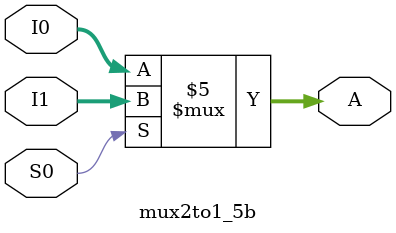
<source format=v>
/*
 * Taylor Skilling
 * Will Johnson
 * 12/14/2016
 * EECE 3324
 *
 * Mux2to1_5b.v -- 5b 2 to 1 mux
 */
 
module mux2to1_5b(I0,I1,S0,A);
	input[4:0] I0,I1;
	input S0;
	output reg [4:0] A;
	
	initial A = 5'b0;
	
	always@(I0 or I1 or S0) begin
		if(S0 == 0)
			A = I0;
		else
			A = I1;
	end
endmodule
</source>
